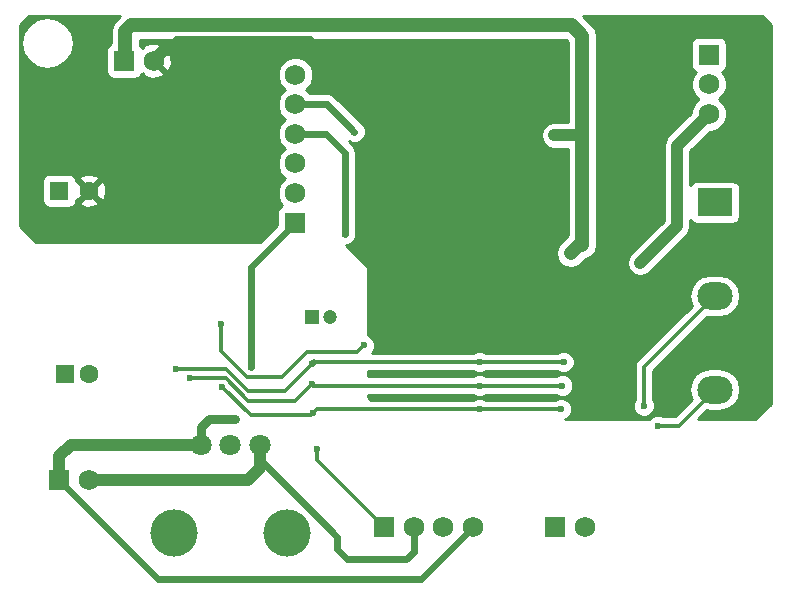
<source format=gbl>
G04 #@! TF.FileFunction,Copper,L2,Bot,Signal*
%FSLAX46Y46*%
G04 Gerber Fmt 4.6, Leading zero omitted, Abs format (unit mm)*
G04 Created by KiCad (PCBNEW 4.0.7) date 06/22/18 18:45:24*
%MOMM*%
%LPD*%
G01*
G04 APERTURE LIST*
%ADD10C,0.100000*%
%ADD11R,1.750000X1.750000*%
%ADD12C,1.750000*%
%ADD13R,1.600000X1.600000*%
%ADD14C,1.600000*%
%ADD15R,1.200000X1.200000*%
%ADD16C,1.200000*%
%ADD17C,1.800000*%
%ADD18C,4.000000*%
%ADD19R,3.000000X2.350000*%
%ADD20O,3.000000X2.350000*%
%ADD21C,0.600000*%
%ADD22C,0.300000*%
%ADD23C,1.000000*%
%ADD24C,1.200000*%
%ADD25C,0.600000*%
%ADD26C,0.800000*%
%ADD27C,0.500000*%
%ADD28C,0.254000*%
G04 APERTURE END LIST*
D10*
D11*
X9500000Y45500000D03*
D12*
X12000000Y45500000D03*
D13*
X4000000Y34500000D03*
D14*
X6500000Y34500000D03*
D13*
X4500000Y19000000D03*
D14*
X6500000Y19000000D03*
D15*
X25400000Y23800000D03*
D16*
X26900000Y23800000D03*
D11*
X31500000Y6000000D03*
D12*
X34000000Y6000000D03*
X36500000Y6000000D03*
X39000000Y6000000D03*
D11*
X46000000Y6000000D03*
D12*
X48500000Y6000000D03*
D11*
X59000000Y46000000D03*
D12*
X59000000Y43500000D03*
X59000000Y41000000D03*
D17*
X21000000Y13000000D03*
X18500000Y13000000D03*
X16000000Y13000000D03*
D18*
X23250000Y5500000D03*
X13750000Y5500000D03*
D11*
X4000000Y10000000D03*
D12*
X6500000Y10000000D03*
D11*
X24000000Y31800000D03*
D12*
X24000000Y34300000D03*
X24000000Y36800000D03*
X24000000Y39300000D03*
X24000000Y41800000D03*
X24000000Y44300000D03*
D19*
X59500000Y33500000D03*
D20*
X59500000Y25580000D03*
X59500000Y17660000D03*
D21*
X48300000Y30100000D03*
X47500000Y29300000D03*
X45900000Y39200000D03*
X48300000Y39200000D03*
X44900000Y48500000D03*
X47400000Y48500000D03*
X41700000Y30900000D03*
X41700000Y26100000D03*
X41700000Y34700000D03*
X41700000Y22100000D03*
X41700000Y40300000D03*
X34600000Y44200000D03*
X18900000Y15200000D03*
X39600000Y20000000D03*
X46700000Y20000000D03*
X13900000Y19400000D03*
X25400000Y19800000D03*
X39600000Y18000000D03*
X46600000Y18000000D03*
X15100000Y18600000D03*
X25400000Y18100000D03*
X39600000Y16000000D03*
X46500000Y16000000D03*
X17800000Y17900000D03*
X25500000Y15700000D03*
X25800000Y12600000D03*
X53500000Y16300000D03*
X54700000Y14600000D03*
X53200000Y28400000D03*
X29000000Y39500000D03*
X28200000Y30800000D03*
X20200000Y19600000D03*
X17700000Y23200000D03*
X29800000Y21400000D03*
D22*
X47350000Y29250000D02*
X47400000Y29300000D01*
X47400000Y29300000D02*
X47500000Y29300000D01*
D23*
X48300000Y39200000D02*
X45900000Y39200000D01*
D24*
X44900000Y48500000D02*
X47400000Y48500000D01*
X47500000Y48400000D02*
X47400000Y48500000D01*
X47500000Y48400000D02*
X48300000Y47600000D01*
X48300000Y47600000D02*
X48300000Y39200000D01*
X48300000Y39200000D02*
X48300000Y30100000D01*
X48300000Y30100000D02*
X48300000Y29900000D01*
X48300000Y29900000D02*
X48000000Y29900000D01*
X48000000Y29900000D02*
X47350000Y29250000D01*
X47350000Y29250000D02*
X47300000Y29200000D01*
X9500000Y45500000D02*
X9600000Y45600000D01*
X9600000Y45600000D02*
X9600000Y48000000D01*
X18600000Y48500000D02*
X44900000Y48500000D01*
X10100000Y48500000D02*
X18600000Y48500000D01*
X9600000Y48000000D02*
X10100000Y48500000D01*
D25*
X34000000Y6000000D02*
X34000000Y3900000D01*
X27500000Y5200000D02*
X21300000Y11400000D01*
X27500000Y4200000D02*
X27500000Y5200000D01*
X28400000Y3300000D02*
X27500000Y4200000D01*
X33400000Y3300000D02*
X28400000Y3300000D01*
X34000000Y3900000D02*
X33400000Y3300000D01*
X41700000Y34700000D02*
X41600000Y34800000D01*
X41600000Y34800000D02*
X41700000Y34800000D01*
D23*
X12000000Y45500000D02*
X12900000Y46400000D01*
X32400000Y46400000D02*
X34600000Y44200000D01*
X12900000Y46400000D02*
X32400000Y46400000D01*
X41700000Y40300000D02*
X37800000Y44200000D01*
X37800000Y44200000D02*
X34600000Y44200000D01*
X41700000Y30900000D02*
X41700000Y26100000D01*
X41700000Y26100000D02*
X41700000Y22100000D01*
X41700000Y40300000D02*
X41700000Y34800000D01*
X41700000Y34800000D02*
X41700000Y30900000D01*
D22*
X28500000Y44200000D02*
X28500000Y44200000D01*
X34600000Y44200000D02*
X28500000Y44200000D01*
X28500000Y44200000D02*
X28500000Y44200000D01*
X28500000Y44200000D02*
X25300000Y47400000D01*
X25300000Y47400000D02*
X18000000Y47400000D01*
X18000000Y47400000D02*
X13900000Y47400000D01*
X13900000Y47400000D02*
X12000000Y45500000D01*
X34000000Y6000000D02*
X34200000Y6200000D01*
D23*
X6500000Y10000000D02*
X18000000Y10000000D01*
X18000000Y10000000D02*
X20000000Y10000000D01*
X20000000Y10000000D02*
X21000000Y11000000D01*
X21000000Y11000000D02*
X21000000Y13000000D01*
D25*
X4000000Y10000000D02*
X12400000Y1600000D01*
X34600000Y1600000D02*
X39000000Y6000000D01*
X12400000Y1600000D02*
X34600000Y1600000D01*
D26*
X16000000Y14500000D02*
X16000000Y13000000D01*
X16700000Y15200000D02*
X16000000Y14500000D01*
X18900000Y15200000D02*
X16700000Y15200000D01*
D23*
X4000000Y10000000D02*
X4000000Y12000000D01*
X5000000Y13000000D02*
X16000000Y13000000D01*
X4000000Y12000000D02*
X5000000Y13000000D01*
D27*
X25400000Y19800000D02*
X25600000Y20000000D01*
D22*
X25600000Y20000000D02*
X39600000Y20000000D01*
X18900000Y18600000D02*
X18100000Y19400000D01*
X18100000Y19400000D02*
X16500000Y19400000D01*
X46700000Y20000000D02*
X39600000Y20000000D01*
X13900000Y19400000D02*
X16500000Y19400000D01*
X18100000Y19400000D02*
X18553555Y18946445D01*
X18553555Y18946445D02*
X18900000Y18600000D01*
X18900000Y18600000D02*
X20000000Y17500000D01*
X20000000Y17500000D02*
X23100000Y17500000D01*
X23100000Y17500000D02*
X25400000Y19800000D01*
X25400000Y18100000D02*
X25500000Y18000000D01*
X25500000Y18000000D02*
X39600000Y18000000D01*
X46600000Y18000000D02*
X39600000Y18000000D01*
X15100000Y18600000D02*
X17600000Y18600000D01*
X17600000Y18600000D02*
X18100000Y18600000D01*
X18100000Y18600000D02*
X20000000Y16700000D01*
X20000000Y16700000D02*
X24000000Y16700000D01*
X24000000Y16700000D02*
X25400000Y18100000D01*
X25500000Y15700000D02*
X25800000Y16000000D01*
X25800000Y16000000D02*
X39600000Y16000000D01*
X46500000Y16000000D02*
X39600000Y16000000D01*
X17800000Y17900000D02*
X20200000Y15500000D01*
X20200000Y15500000D02*
X25300000Y15500000D01*
X25300000Y15500000D02*
X25500000Y15700000D01*
X25800000Y11700000D02*
X31500000Y6000000D01*
X25800000Y12600000D02*
X25800000Y11700000D01*
X53500000Y19580000D02*
X59500000Y25580000D01*
X53500000Y16300000D02*
X53500000Y19580000D01*
X56440000Y14600000D02*
X59500000Y17660000D01*
X54700000Y14600000D02*
X56440000Y14600000D01*
D23*
X59000000Y41000000D02*
X56300000Y38300000D01*
X56300000Y38300000D02*
X56300000Y31500000D01*
X56300000Y31500000D02*
X53200000Y28400000D01*
D25*
X24000000Y41800000D02*
X26700000Y41800000D01*
X26700000Y41800000D02*
X29000000Y39500000D01*
X24000000Y39300000D02*
X26600000Y39300000D01*
X28200000Y37700000D02*
X28200000Y30800000D01*
X26600000Y39300000D02*
X28200000Y37700000D01*
X24000000Y31800000D02*
X20200000Y28000000D01*
X20200000Y28000000D02*
X20200000Y19600000D01*
D22*
X17700000Y23200000D02*
X17700000Y20900000D01*
X17700000Y20900000D02*
X19900000Y18700000D01*
X19900000Y18700000D02*
X22900000Y18700000D01*
X22900000Y18700000D02*
X25000000Y20800000D01*
X25000000Y20800000D02*
X29200000Y20800000D01*
X29200000Y20800000D02*
X29800000Y21400000D01*
D28*
G36*
X8726723Y48873277D02*
X8459009Y48472614D01*
X8365000Y48000000D01*
X8365000Y46962279D01*
X8173559Y46839090D01*
X8028569Y46626890D01*
X7977560Y46375000D01*
X7977560Y44625000D01*
X8021838Y44389683D01*
X8160910Y44173559D01*
X8373110Y44028569D01*
X8625000Y43977560D01*
X10375000Y43977560D01*
X10610317Y44021838D01*
X10826441Y44160910D01*
X10963994Y44362226D01*
X11002914Y44323306D01*
X11117546Y44437938D01*
X11200884Y44184047D01*
X11765306Y43978410D01*
X12365458Y44004421D01*
X12799116Y44184047D01*
X12882455Y44437940D01*
X12000000Y45320395D01*
X11985858Y45306252D01*
X11806253Y45485857D01*
X11820395Y45500000D01*
X12179605Y45500000D01*
X13062060Y44617545D01*
X13315953Y44700884D01*
X13521590Y45265306D01*
X13495579Y45865458D01*
X13315953Y46299116D01*
X13062060Y46382455D01*
X12179605Y45500000D01*
X11820395Y45500000D01*
X11806253Y45514142D01*
X11985858Y45693747D01*
X12000000Y45679605D01*
X12882455Y46562060D01*
X12799116Y46815953D01*
X12234694Y47021590D01*
X11634542Y46995579D01*
X11200884Y46815953D01*
X11117546Y46562062D01*
X11002914Y46676694D01*
X10961864Y46635644D01*
X10839090Y46826441D01*
X10835000Y46829236D01*
X10835000Y47265000D01*
X46888446Y47265000D01*
X47065000Y47088446D01*
X47065000Y40335000D01*
X45900000Y40335000D01*
X45465654Y40248603D01*
X45097434Y40002566D01*
X44851397Y39634346D01*
X44765000Y39200000D01*
X44851397Y38765654D01*
X45097434Y38397434D01*
X45465654Y38151397D01*
X45900000Y38065000D01*
X47065000Y38065000D01*
X47065000Y30711554D01*
X46426723Y30073277D01*
X46159009Y29672614D01*
X46065000Y29200000D01*
X46159009Y28727386D01*
X46426723Y28326723D01*
X46827386Y28059009D01*
X47300000Y27965000D01*
X47772614Y28059009D01*
X48173277Y28326723D01*
X48246554Y28400000D01*
X52065000Y28400000D01*
X52151397Y27965655D01*
X52397434Y27597434D01*
X52765655Y27351397D01*
X53200000Y27265000D01*
X53634345Y27351397D01*
X54002566Y27597434D01*
X57102566Y30697434D01*
X57233317Y30893117D01*
X57348603Y31065654D01*
X57435000Y31500000D01*
X57435000Y32030378D01*
X57535910Y31873559D01*
X57748110Y31728569D01*
X58000000Y31677560D01*
X61000000Y31677560D01*
X61235317Y31721838D01*
X61451441Y31860910D01*
X61596431Y32073110D01*
X61647440Y32325000D01*
X61647440Y34675000D01*
X61603162Y34910317D01*
X61464090Y35126441D01*
X61251890Y35271431D01*
X61000000Y35322440D01*
X58000000Y35322440D01*
X57764683Y35278162D01*
X57548559Y35139090D01*
X57435000Y34972891D01*
X57435000Y37829868D01*
X59095048Y39489916D01*
X59299040Y39489738D01*
X59854229Y39719138D01*
X60279370Y40143537D01*
X60509738Y40698325D01*
X60510262Y41299040D01*
X60280862Y41854229D01*
X59885464Y42250318D01*
X60279370Y42643537D01*
X60509738Y43198325D01*
X60510262Y43799040D01*
X60280862Y44354229D01*
X60112283Y44523103D01*
X60326441Y44660910D01*
X60471431Y44873110D01*
X60522440Y45125000D01*
X60522440Y46875000D01*
X60478162Y47110317D01*
X60339090Y47326441D01*
X60126890Y47471431D01*
X59875000Y47522440D01*
X58125000Y47522440D01*
X57889683Y47478162D01*
X57673559Y47339090D01*
X57528569Y47126890D01*
X57477560Y46875000D01*
X57477560Y45125000D01*
X57521838Y44889683D01*
X57660910Y44673559D01*
X57873110Y44528569D01*
X57889676Y44525214D01*
X57720630Y44356463D01*
X57490262Y43801675D01*
X57489738Y43200960D01*
X57719138Y42645771D01*
X58114536Y42249682D01*
X57720630Y41856463D01*
X57490262Y41301675D01*
X57490082Y41095214D01*
X55497434Y39102566D01*
X55251397Y38734346D01*
X55165000Y38300000D01*
X55165000Y31970132D01*
X52397434Y29202566D01*
X52151397Y28834345D01*
X52065000Y28400000D01*
X48246554Y28400000D01*
X48564084Y28717530D01*
X48772614Y28759009D01*
X49173277Y29026723D01*
X49440991Y29427386D01*
X49535000Y29900000D01*
X49535000Y47600000D01*
X49440991Y48072614D01*
X49173277Y48473277D01*
X48356554Y49290000D01*
X63530394Y49290000D01*
X64290000Y48530394D01*
X64290000Y16469606D01*
X62947394Y15127000D01*
X58077157Y15127000D01*
X58855408Y15905251D01*
X59133173Y15850000D01*
X59866827Y15850000D01*
X60559484Y15987778D01*
X61146690Y16380137D01*
X61539049Y16967343D01*
X61676827Y17660000D01*
X61539049Y18352657D01*
X61146690Y18939863D01*
X60559484Y19332222D01*
X59866827Y19470000D01*
X59133173Y19470000D01*
X58440516Y19332222D01*
X57853310Y18939863D01*
X57460951Y18352657D01*
X57323173Y17660000D01*
X57460951Y16967343D01*
X57555573Y16825731D01*
X56114842Y15385000D01*
X55237506Y15385000D01*
X55230327Y15392192D01*
X54886799Y15534838D01*
X54514833Y15535162D01*
X54171057Y15393117D01*
X53907808Y15130327D01*
X53906427Y15127000D01*
X46835611Y15127000D01*
X47028943Y15206883D01*
X47292192Y15469673D01*
X47434838Y15813201D01*
X47435100Y16114833D01*
X52564838Y16114833D01*
X52706883Y15771057D01*
X52969673Y15507808D01*
X53313201Y15365162D01*
X53685167Y15364838D01*
X54028943Y15506883D01*
X54292192Y15769673D01*
X54434838Y16113201D01*
X54435162Y16485167D01*
X54293117Y16828943D01*
X54285000Y16837074D01*
X54285000Y19254842D01*
X58855409Y23825251D01*
X59133173Y23770000D01*
X59866827Y23770000D01*
X60559484Y23907778D01*
X61146690Y24300137D01*
X61539049Y24887343D01*
X61676827Y25580000D01*
X61539049Y26272657D01*
X61146690Y26859863D01*
X60559484Y27252222D01*
X59866827Y27390000D01*
X59133173Y27390000D01*
X58440516Y27252222D01*
X57853310Y26859863D01*
X57460951Y26272657D01*
X57323173Y25580000D01*
X57460951Y24887343D01*
X57555573Y24745731D01*
X52944921Y20135079D01*
X52774755Y19880407D01*
X52738951Y19700407D01*
X52715000Y19580000D01*
X52715000Y16837506D01*
X52707808Y16830327D01*
X52565162Y16486799D01*
X52564838Y16114833D01*
X47435100Y16114833D01*
X47435162Y16185167D01*
X47293117Y16528943D01*
X47030327Y16792192D01*
X46686799Y16934838D01*
X46314833Y16935162D01*
X45971057Y16793117D01*
X45962926Y16785000D01*
X40137506Y16785000D01*
X40130327Y16792192D01*
X39786799Y16934838D01*
X39414833Y16935162D01*
X39071057Y16793117D01*
X39062926Y16785000D01*
X30394606Y16785000D01*
X30127000Y17052606D01*
X30127000Y17215000D01*
X39062494Y17215000D01*
X39069673Y17207808D01*
X39413201Y17065162D01*
X39785167Y17064838D01*
X40128943Y17206883D01*
X40137074Y17215000D01*
X46062494Y17215000D01*
X46069673Y17207808D01*
X46413201Y17065162D01*
X46785167Y17064838D01*
X47128943Y17206883D01*
X47392192Y17469673D01*
X47534838Y17813201D01*
X47535162Y18185167D01*
X47393117Y18528943D01*
X47130327Y18792192D01*
X46786799Y18934838D01*
X46414833Y18935162D01*
X46071057Y18793117D01*
X46062926Y18785000D01*
X40137506Y18785000D01*
X40130327Y18792192D01*
X39786799Y18934838D01*
X39414833Y18935162D01*
X39071057Y18793117D01*
X39062926Y18785000D01*
X30127000Y18785000D01*
X30127000Y19215000D01*
X39062494Y19215000D01*
X39069673Y19207808D01*
X39413201Y19065162D01*
X39785167Y19064838D01*
X40128943Y19206883D01*
X40137074Y19215000D01*
X46162494Y19215000D01*
X46169673Y19207808D01*
X46513201Y19065162D01*
X46885167Y19064838D01*
X47228943Y19206883D01*
X47492192Y19469673D01*
X47634838Y19813201D01*
X47635162Y20185167D01*
X47493117Y20528943D01*
X47230327Y20792192D01*
X46886799Y20934838D01*
X46514833Y20935162D01*
X46171057Y20793117D01*
X46162926Y20785000D01*
X40137506Y20785000D01*
X40130327Y20792192D01*
X39786799Y20934838D01*
X39414833Y20935162D01*
X39071057Y20793117D01*
X39062926Y20785000D01*
X30507371Y20785000D01*
X30592192Y20869673D01*
X30734838Y21213201D01*
X30735162Y21585167D01*
X30593117Y21928943D01*
X30330327Y22192192D01*
X30127000Y22276621D01*
X30127000Y28000000D01*
X30116994Y28049410D01*
X30089803Y28089803D01*
X28314707Y29864899D01*
X28385167Y29864838D01*
X28728943Y30006883D01*
X28992192Y30269673D01*
X29134838Y30613201D01*
X29135162Y30985167D01*
X29135000Y30985559D01*
X29135000Y37700000D01*
X29063827Y38057809D01*
X28861145Y38361145D01*
X28546301Y38675989D01*
X28813201Y38565162D01*
X29185167Y38564838D01*
X29528943Y38706883D01*
X29792192Y38969673D01*
X29934838Y39313201D01*
X29935162Y39685167D01*
X29793117Y40028943D01*
X29530327Y40292192D01*
X29529935Y40292355D01*
X27361145Y42461145D01*
X27057809Y42663827D01*
X26700000Y42735000D01*
X25200232Y42735000D01*
X24885464Y43050318D01*
X25279370Y43443537D01*
X25509738Y43998325D01*
X25510262Y44599040D01*
X25280862Y45154229D01*
X24856463Y45579370D01*
X24301675Y45809738D01*
X23700960Y45810262D01*
X23145771Y45580862D01*
X22720630Y45156463D01*
X22490262Y44601675D01*
X22489738Y44000960D01*
X22719138Y43445771D01*
X23114536Y43049682D01*
X22720630Y42656463D01*
X22490262Y42101675D01*
X22489738Y41500960D01*
X22719138Y40945771D01*
X23114536Y40549682D01*
X22720630Y40156463D01*
X22490262Y39601675D01*
X22489738Y39000960D01*
X22719138Y38445771D01*
X23114536Y38049682D01*
X22720630Y37656463D01*
X22490262Y37101675D01*
X22489738Y36500960D01*
X22719138Y35945771D01*
X23114536Y35549682D01*
X22720630Y35156463D01*
X22490262Y34601675D01*
X22489738Y34000960D01*
X22719138Y33445771D01*
X22887717Y33276897D01*
X22673559Y33139090D01*
X22528569Y32926890D01*
X22477560Y32675000D01*
X22477560Y31599850D01*
X21004710Y30127000D01*
X2052606Y30127000D01*
X710000Y31469606D01*
X710000Y35300000D01*
X2552560Y35300000D01*
X2552560Y33700000D01*
X2596838Y33464683D01*
X2735910Y33248559D01*
X2948110Y33103569D01*
X3200000Y33052560D01*
X4800000Y33052560D01*
X5035317Y33096838D01*
X5251441Y33235910D01*
X5396431Y33448110D01*
X5405370Y33492255D01*
X5671861Y33492255D01*
X5745995Y33246136D01*
X6283223Y33053035D01*
X6853454Y33080222D01*
X7254005Y33246136D01*
X7328139Y33492255D01*
X6500000Y34320395D01*
X5671861Y33492255D01*
X5405370Y33492255D01*
X5444646Y33686201D01*
X5492255Y33671861D01*
X6320395Y34500000D01*
X6679605Y34500000D01*
X7507745Y33671861D01*
X7753864Y33745995D01*
X7946965Y34283223D01*
X7919778Y34853454D01*
X7753864Y35254005D01*
X7507745Y35328139D01*
X6679605Y34500000D01*
X6320395Y34500000D01*
X5492255Y35328139D01*
X5444833Y35313855D01*
X5408351Y35507745D01*
X5671861Y35507745D01*
X6500000Y34679605D01*
X7328139Y35507745D01*
X7254005Y35753864D01*
X6716777Y35946965D01*
X6146546Y35919778D01*
X5745995Y35753864D01*
X5671861Y35507745D01*
X5408351Y35507745D01*
X5403162Y35535317D01*
X5264090Y35751441D01*
X5051890Y35896431D01*
X4800000Y35947440D01*
X3200000Y35947440D01*
X2964683Y35903162D01*
X2748559Y35764090D01*
X2603569Y35551890D01*
X2552560Y35300000D01*
X710000Y35300000D01*
X710000Y47000000D01*
X790000Y47000000D01*
X958226Y46154270D01*
X1437294Y45437294D01*
X2154270Y44958226D01*
X3000000Y44790000D01*
X3845730Y44958226D01*
X4562706Y45437294D01*
X5041774Y46154270D01*
X5210000Y47000000D01*
X5041774Y47845730D01*
X4562706Y48562706D01*
X3845730Y49041774D01*
X3000000Y49210000D01*
X2154270Y49041774D01*
X1437294Y48562706D01*
X958226Y47845730D01*
X790000Y47000000D01*
X710000Y47000000D01*
X710000Y48530394D01*
X1469606Y49290000D01*
X9143446Y49290000D01*
X8726723Y48873277D01*
X8726723Y48873277D01*
G37*
X8726723Y48873277D02*
X8459009Y48472614D01*
X8365000Y48000000D01*
X8365000Y46962279D01*
X8173559Y46839090D01*
X8028569Y46626890D01*
X7977560Y46375000D01*
X7977560Y44625000D01*
X8021838Y44389683D01*
X8160910Y44173559D01*
X8373110Y44028569D01*
X8625000Y43977560D01*
X10375000Y43977560D01*
X10610317Y44021838D01*
X10826441Y44160910D01*
X10963994Y44362226D01*
X11002914Y44323306D01*
X11117546Y44437938D01*
X11200884Y44184047D01*
X11765306Y43978410D01*
X12365458Y44004421D01*
X12799116Y44184047D01*
X12882455Y44437940D01*
X12000000Y45320395D01*
X11985858Y45306252D01*
X11806253Y45485857D01*
X11820395Y45500000D01*
X12179605Y45500000D01*
X13062060Y44617545D01*
X13315953Y44700884D01*
X13521590Y45265306D01*
X13495579Y45865458D01*
X13315953Y46299116D01*
X13062060Y46382455D01*
X12179605Y45500000D01*
X11820395Y45500000D01*
X11806253Y45514142D01*
X11985858Y45693747D01*
X12000000Y45679605D01*
X12882455Y46562060D01*
X12799116Y46815953D01*
X12234694Y47021590D01*
X11634542Y46995579D01*
X11200884Y46815953D01*
X11117546Y46562062D01*
X11002914Y46676694D01*
X10961864Y46635644D01*
X10839090Y46826441D01*
X10835000Y46829236D01*
X10835000Y47265000D01*
X46888446Y47265000D01*
X47065000Y47088446D01*
X47065000Y40335000D01*
X45900000Y40335000D01*
X45465654Y40248603D01*
X45097434Y40002566D01*
X44851397Y39634346D01*
X44765000Y39200000D01*
X44851397Y38765654D01*
X45097434Y38397434D01*
X45465654Y38151397D01*
X45900000Y38065000D01*
X47065000Y38065000D01*
X47065000Y30711554D01*
X46426723Y30073277D01*
X46159009Y29672614D01*
X46065000Y29200000D01*
X46159009Y28727386D01*
X46426723Y28326723D01*
X46827386Y28059009D01*
X47300000Y27965000D01*
X47772614Y28059009D01*
X48173277Y28326723D01*
X48246554Y28400000D01*
X52065000Y28400000D01*
X52151397Y27965655D01*
X52397434Y27597434D01*
X52765655Y27351397D01*
X53200000Y27265000D01*
X53634345Y27351397D01*
X54002566Y27597434D01*
X57102566Y30697434D01*
X57233317Y30893117D01*
X57348603Y31065654D01*
X57435000Y31500000D01*
X57435000Y32030378D01*
X57535910Y31873559D01*
X57748110Y31728569D01*
X58000000Y31677560D01*
X61000000Y31677560D01*
X61235317Y31721838D01*
X61451441Y31860910D01*
X61596431Y32073110D01*
X61647440Y32325000D01*
X61647440Y34675000D01*
X61603162Y34910317D01*
X61464090Y35126441D01*
X61251890Y35271431D01*
X61000000Y35322440D01*
X58000000Y35322440D01*
X57764683Y35278162D01*
X57548559Y35139090D01*
X57435000Y34972891D01*
X57435000Y37829868D01*
X59095048Y39489916D01*
X59299040Y39489738D01*
X59854229Y39719138D01*
X60279370Y40143537D01*
X60509738Y40698325D01*
X60510262Y41299040D01*
X60280862Y41854229D01*
X59885464Y42250318D01*
X60279370Y42643537D01*
X60509738Y43198325D01*
X60510262Y43799040D01*
X60280862Y44354229D01*
X60112283Y44523103D01*
X60326441Y44660910D01*
X60471431Y44873110D01*
X60522440Y45125000D01*
X60522440Y46875000D01*
X60478162Y47110317D01*
X60339090Y47326441D01*
X60126890Y47471431D01*
X59875000Y47522440D01*
X58125000Y47522440D01*
X57889683Y47478162D01*
X57673559Y47339090D01*
X57528569Y47126890D01*
X57477560Y46875000D01*
X57477560Y45125000D01*
X57521838Y44889683D01*
X57660910Y44673559D01*
X57873110Y44528569D01*
X57889676Y44525214D01*
X57720630Y44356463D01*
X57490262Y43801675D01*
X57489738Y43200960D01*
X57719138Y42645771D01*
X58114536Y42249682D01*
X57720630Y41856463D01*
X57490262Y41301675D01*
X57490082Y41095214D01*
X55497434Y39102566D01*
X55251397Y38734346D01*
X55165000Y38300000D01*
X55165000Y31970132D01*
X52397434Y29202566D01*
X52151397Y28834345D01*
X52065000Y28400000D01*
X48246554Y28400000D01*
X48564084Y28717530D01*
X48772614Y28759009D01*
X49173277Y29026723D01*
X49440991Y29427386D01*
X49535000Y29900000D01*
X49535000Y47600000D01*
X49440991Y48072614D01*
X49173277Y48473277D01*
X48356554Y49290000D01*
X63530394Y49290000D01*
X64290000Y48530394D01*
X64290000Y16469606D01*
X62947394Y15127000D01*
X58077157Y15127000D01*
X58855408Y15905251D01*
X59133173Y15850000D01*
X59866827Y15850000D01*
X60559484Y15987778D01*
X61146690Y16380137D01*
X61539049Y16967343D01*
X61676827Y17660000D01*
X61539049Y18352657D01*
X61146690Y18939863D01*
X60559484Y19332222D01*
X59866827Y19470000D01*
X59133173Y19470000D01*
X58440516Y19332222D01*
X57853310Y18939863D01*
X57460951Y18352657D01*
X57323173Y17660000D01*
X57460951Y16967343D01*
X57555573Y16825731D01*
X56114842Y15385000D01*
X55237506Y15385000D01*
X55230327Y15392192D01*
X54886799Y15534838D01*
X54514833Y15535162D01*
X54171057Y15393117D01*
X53907808Y15130327D01*
X53906427Y15127000D01*
X46835611Y15127000D01*
X47028943Y15206883D01*
X47292192Y15469673D01*
X47434838Y15813201D01*
X47435100Y16114833D01*
X52564838Y16114833D01*
X52706883Y15771057D01*
X52969673Y15507808D01*
X53313201Y15365162D01*
X53685167Y15364838D01*
X54028943Y15506883D01*
X54292192Y15769673D01*
X54434838Y16113201D01*
X54435162Y16485167D01*
X54293117Y16828943D01*
X54285000Y16837074D01*
X54285000Y19254842D01*
X58855409Y23825251D01*
X59133173Y23770000D01*
X59866827Y23770000D01*
X60559484Y23907778D01*
X61146690Y24300137D01*
X61539049Y24887343D01*
X61676827Y25580000D01*
X61539049Y26272657D01*
X61146690Y26859863D01*
X60559484Y27252222D01*
X59866827Y27390000D01*
X59133173Y27390000D01*
X58440516Y27252222D01*
X57853310Y26859863D01*
X57460951Y26272657D01*
X57323173Y25580000D01*
X57460951Y24887343D01*
X57555573Y24745731D01*
X52944921Y20135079D01*
X52774755Y19880407D01*
X52738951Y19700407D01*
X52715000Y19580000D01*
X52715000Y16837506D01*
X52707808Y16830327D01*
X52565162Y16486799D01*
X52564838Y16114833D01*
X47435100Y16114833D01*
X47435162Y16185167D01*
X47293117Y16528943D01*
X47030327Y16792192D01*
X46686799Y16934838D01*
X46314833Y16935162D01*
X45971057Y16793117D01*
X45962926Y16785000D01*
X40137506Y16785000D01*
X40130327Y16792192D01*
X39786799Y16934838D01*
X39414833Y16935162D01*
X39071057Y16793117D01*
X39062926Y16785000D01*
X30394606Y16785000D01*
X30127000Y17052606D01*
X30127000Y17215000D01*
X39062494Y17215000D01*
X39069673Y17207808D01*
X39413201Y17065162D01*
X39785167Y17064838D01*
X40128943Y17206883D01*
X40137074Y17215000D01*
X46062494Y17215000D01*
X46069673Y17207808D01*
X46413201Y17065162D01*
X46785167Y17064838D01*
X47128943Y17206883D01*
X47392192Y17469673D01*
X47534838Y17813201D01*
X47535162Y18185167D01*
X47393117Y18528943D01*
X47130327Y18792192D01*
X46786799Y18934838D01*
X46414833Y18935162D01*
X46071057Y18793117D01*
X46062926Y18785000D01*
X40137506Y18785000D01*
X40130327Y18792192D01*
X39786799Y18934838D01*
X39414833Y18935162D01*
X39071057Y18793117D01*
X39062926Y18785000D01*
X30127000Y18785000D01*
X30127000Y19215000D01*
X39062494Y19215000D01*
X39069673Y19207808D01*
X39413201Y19065162D01*
X39785167Y19064838D01*
X40128943Y19206883D01*
X40137074Y19215000D01*
X46162494Y19215000D01*
X46169673Y19207808D01*
X46513201Y19065162D01*
X46885167Y19064838D01*
X47228943Y19206883D01*
X47492192Y19469673D01*
X47634838Y19813201D01*
X47635162Y20185167D01*
X47493117Y20528943D01*
X47230327Y20792192D01*
X46886799Y20934838D01*
X46514833Y20935162D01*
X46171057Y20793117D01*
X46162926Y20785000D01*
X40137506Y20785000D01*
X40130327Y20792192D01*
X39786799Y20934838D01*
X39414833Y20935162D01*
X39071057Y20793117D01*
X39062926Y20785000D01*
X30507371Y20785000D01*
X30592192Y20869673D01*
X30734838Y21213201D01*
X30735162Y21585167D01*
X30593117Y21928943D01*
X30330327Y22192192D01*
X30127000Y22276621D01*
X30127000Y28000000D01*
X30116994Y28049410D01*
X30089803Y28089803D01*
X28314707Y29864899D01*
X28385167Y29864838D01*
X28728943Y30006883D01*
X28992192Y30269673D01*
X29134838Y30613201D01*
X29135162Y30985167D01*
X29135000Y30985559D01*
X29135000Y37700000D01*
X29063827Y38057809D01*
X28861145Y38361145D01*
X28546301Y38675989D01*
X28813201Y38565162D01*
X29185167Y38564838D01*
X29528943Y38706883D01*
X29792192Y38969673D01*
X29934838Y39313201D01*
X29935162Y39685167D01*
X29793117Y40028943D01*
X29530327Y40292192D01*
X29529935Y40292355D01*
X27361145Y42461145D01*
X27057809Y42663827D01*
X26700000Y42735000D01*
X25200232Y42735000D01*
X24885464Y43050318D01*
X25279370Y43443537D01*
X25509738Y43998325D01*
X25510262Y44599040D01*
X25280862Y45154229D01*
X24856463Y45579370D01*
X24301675Y45809738D01*
X23700960Y45810262D01*
X23145771Y45580862D01*
X22720630Y45156463D01*
X22490262Y44601675D01*
X22489738Y44000960D01*
X22719138Y43445771D01*
X23114536Y43049682D01*
X22720630Y42656463D01*
X22490262Y42101675D01*
X22489738Y41500960D01*
X22719138Y40945771D01*
X23114536Y40549682D01*
X22720630Y40156463D01*
X22490262Y39601675D01*
X22489738Y39000960D01*
X22719138Y38445771D01*
X23114536Y38049682D01*
X22720630Y37656463D01*
X22490262Y37101675D01*
X22489738Y36500960D01*
X22719138Y35945771D01*
X23114536Y35549682D01*
X22720630Y35156463D01*
X22490262Y34601675D01*
X22489738Y34000960D01*
X22719138Y33445771D01*
X22887717Y33276897D01*
X22673559Y33139090D01*
X22528569Y32926890D01*
X22477560Y32675000D01*
X22477560Y31599850D01*
X21004710Y30127000D01*
X2052606Y30127000D01*
X710000Y31469606D01*
X710000Y35300000D01*
X2552560Y35300000D01*
X2552560Y33700000D01*
X2596838Y33464683D01*
X2735910Y33248559D01*
X2948110Y33103569D01*
X3200000Y33052560D01*
X4800000Y33052560D01*
X5035317Y33096838D01*
X5251441Y33235910D01*
X5396431Y33448110D01*
X5405370Y33492255D01*
X5671861Y33492255D01*
X5745995Y33246136D01*
X6283223Y33053035D01*
X6853454Y33080222D01*
X7254005Y33246136D01*
X7328139Y33492255D01*
X6500000Y34320395D01*
X5671861Y33492255D01*
X5405370Y33492255D01*
X5444646Y33686201D01*
X5492255Y33671861D01*
X6320395Y34500000D01*
X6679605Y34500000D01*
X7507745Y33671861D01*
X7753864Y33745995D01*
X7946965Y34283223D01*
X7919778Y34853454D01*
X7753864Y35254005D01*
X7507745Y35328139D01*
X6679605Y34500000D01*
X6320395Y34500000D01*
X5492255Y35328139D01*
X5444833Y35313855D01*
X5408351Y35507745D01*
X5671861Y35507745D01*
X6500000Y34679605D01*
X7328139Y35507745D01*
X7254005Y35753864D01*
X6716777Y35946965D01*
X6146546Y35919778D01*
X5745995Y35753864D01*
X5671861Y35507745D01*
X5408351Y35507745D01*
X5403162Y35535317D01*
X5264090Y35751441D01*
X5051890Y35896431D01*
X4800000Y35947440D01*
X3200000Y35947440D01*
X2964683Y35903162D01*
X2748559Y35764090D01*
X2603569Y35551890D01*
X2552560Y35300000D01*
X710000Y35300000D01*
X710000Y47000000D01*
X790000Y47000000D01*
X958226Y46154270D01*
X1437294Y45437294D01*
X2154270Y44958226D01*
X3000000Y44790000D01*
X3845730Y44958226D01*
X4562706Y45437294D01*
X5041774Y46154270D01*
X5210000Y47000000D01*
X5041774Y47845730D01*
X4562706Y48562706D01*
X3845730Y49041774D01*
X3000000Y49210000D01*
X2154270Y49041774D01*
X1437294Y48562706D01*
X958226Y47845730D01*
X790000Y47000000D01*
X710000Y47000000D01*
X710000Y48530394D01*
X1469606Y49290000D01*
X9143446Y49290000D01*
X8726723Y48873277D01*
M02*

</source>
